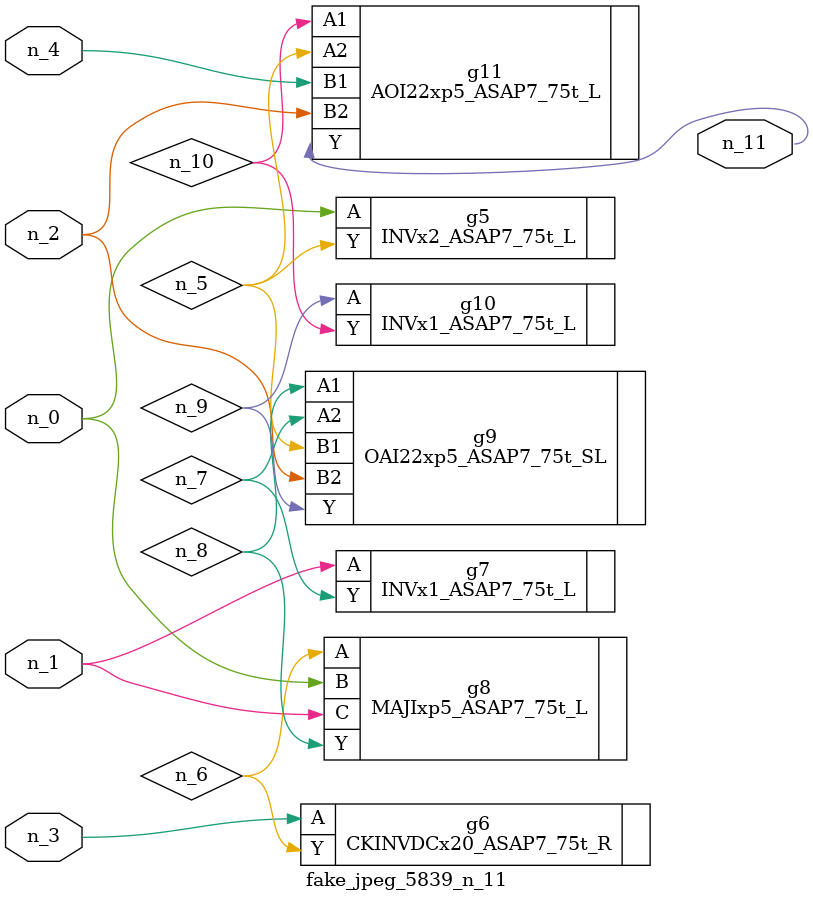
<source format=v>
module fake_jpeg_5839_n_11 (n_3, n_2, n_1, n_0, n_4, n_11);

input n_3;
input n_2;
input n_1;
input n_0;
input n_4;

output n_11;

wire n_10;
wire n_8;
wire n_9;
wire n_6;
wire n_5;
wire n_7;

INVx2_ASAP7_75t_L g5 ( 
.A(n_0),
.Y(n_5)
);

CKINVDCx20_ASAP7_75t_R g6 ( 
.A(n_3),
.Y(n_6)
);

INVx1_ASAP7_75t_L g7 ( 
.A(n_1),
.Y(n_7)
);

MAJIxp5_ASAP7_75t_L g8 ( 
.A(n_6),
.B(n_0),
.C(n_1),
.Y(n_8)
);

OAI22xp5_ASAP7_75t_SL g9 ( 
.A1(n_8),
.A2(n_7),
.B1(n_5),
.B2(n_2),
.Y(n_9)
);

INVx1_ASAP7_75t_L g10 ( 
.A(n_9),
.Y(n_10)
);

AOI22xp5_ASAP7_75t_L g11 ( 
.A1(n_10),
.A2(n_5),
.B1(n_4),
.B2(n_2),
.Y(n_11)
);


endmodule
</source>
